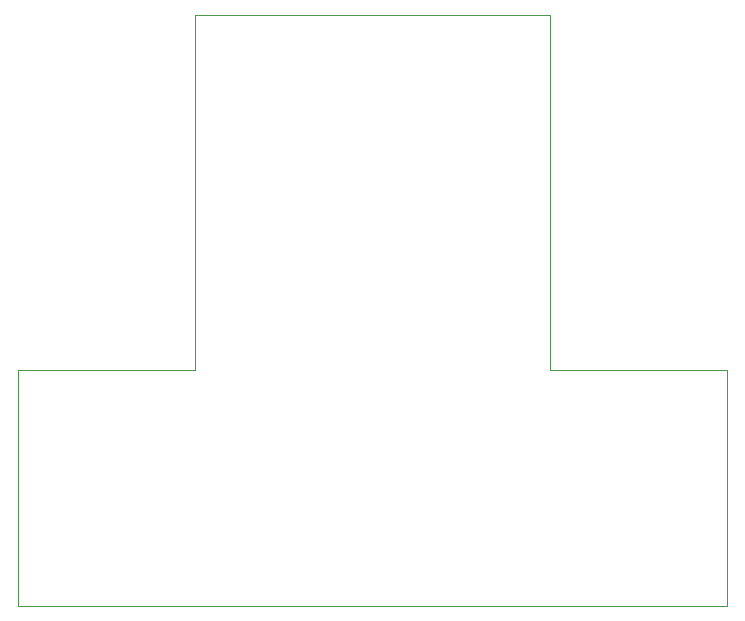
<source format=gm1>
%TF.GenerationSoftware,KiCad,Pcbnew,8.0.8*%
%TF.CreationDate,2025-02-18T22:43:27+01:00*%
%TF.ProjectId,Robot,526f626f-742e-46b6-9963-61645f706362,rev?*%
%TF.SameCoordinates,Original*%
%TF.FileFunction,Profile,NP*%
%FSLAX46Y46*%
G04 Gerber Fmt 4.6, Leading zero omitted, Abs format (unit mm)*
G04 Created by KiCad (PCBNEW 8.0.8) date 2025-02-18 22:43:27*
%MOMM*%
%LPD*%
G01*
G04 APERTURE LIST*
%TA.AperFunction,Profile*%
%ADD10C,0.050000*%
%TD*%
G04 APERTURE END LIST*
D10*
X117100000Y-102934314D02*
X117100000Y-132934314D01*
X87100000Y-102934314D02*
X117100000Y-102934314D01*
X87100000Y-132934314D02*
X87100000Y-102934314D01*
X72100000Y-132934314D02*
X87100000Y-132934314D01*
X117100000Y-132934314D02*
X132100000Y-132934314D01*
X132100000Y-152934314D02*
X72100000Y-152934314D01*
X72100000Y-152934314D02*
X72100000Y-132934314D01*
X132100000Y-132934314D02*
X132100000Y-152934314D01*
M02*

</source>
